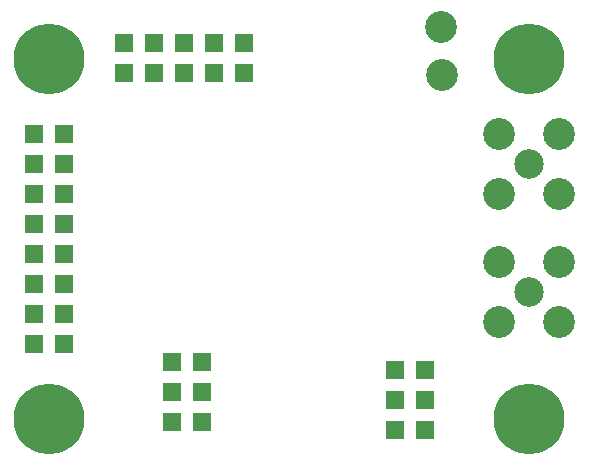
<source format=gbr>
%TF.GenerationSoftware,KiCad,Pcbnew,8.0.3+1*%
%TF.CreationDate,2024-07-15T18:43:40+00:00*%
%TF.ProjectId,ISM03,49534d30-332e-46b6-9963-61645f706362,rev?*%
%TF.SameCoordinates,Original*%
%TF.FileFunction,Soldermask,Top*%
%TF.FilePolarity,Negative*%
%FSLAX46Y46*%
G04 Gerber Fmt 4.6, Leading zero omitted, Abs format (unit mm)*
G04 Created by KiCad (PCBNEW 8.0.3+1) date 2024-07-15 18:43:40*
%MOMM*%
%LPD*%
G01*
G04 APERTURE LIST*
%ADD10R,1.524000X1.524000*%
%ADD11C,6.000000*%
%ADD12C,2.500000*%
%ADD13C,2.700000*%
G04 APERTURE END LIST*
D10*
%TO.C,J17*%
X11430001Y16510000D03*
X8889999Y16510000D03*
%TD*%
%TO.C,J1*%
X20574000Y14986000D03*
X23114000Y14986000D03*
X20574000Y12446000D03*
X23114000Y12446000D03*
X20574000Y9906000D03*
X23114000Y9906000D03*
%TD*%
%TO.C,J4*%
X39420800Y14376400D03*
X41960800Y14376400D03*
X39420800Y11836400D03*
X41960800Y11836400D03*
X39420800Y9296400D03*
X41960800Y9296400D03*
%TD*%
%TO.C,J13*%
X11430000Y26670000D03*
X8890000Y26670000D03*
%TD*%
%TO.C,J14*%
X11430000Y31750000D03*
X8890000Y31750000D03*
%TD*%
%TO.C,J19*%
X11430001Y24130000D03*
X8889999Y24130000D03*
%TD*%
%TO.C,J20*%
X11430001Y19050000D03*
X8889999Y19050000D03*
%TD*%
%TO.C,J21*%
X11430001Y21590000D03*
X8889999Y21590000D03*
%TD*%
D11*
%TO.C,M1*%
X10160000Y40640000D03*
%TD*%
%TO.C,M2*%
X50800000Y40640000D03*
%TD*%
%TO.C,M3*%
X10160000Y10160000D03*
%TD*%
%TO.C,M4*%
X50800000Y10160000D03*
%TD*%
D12*
%TO.C,J3*%
X50790047Y31749311D03*
D13*
X48250047Y34289311D03*
X48250047Y29209311D03*
X53330047Y34289311D03*
X53330047Y29209311D03*
%TD*%
D10*
%TO.C,J22*%
X19050000Y39497000D03*
X19050000Y42037000D03*
%TD*%
%TO.C,J16*%
X11430000Y34290000D03*
X8890000Y34290000D03*
%TD*%
%TO.C,J15*%
X11430000Y29210000D03*
X8890000Y29210000D03*
%TD*%
%TO.C,J23*%
X21590000Y39497000D03*
X21590000Y42037000D03*
%TD*%
D12*
%TO.C,J2*%
X50790047Y20954311D03*
D13*
X48250047Y23494311D03*
X48250047Y18414311D03*
X53330047Y23494311D03*
X53330047Y18414311D03*
%TD*%
D10*
%TO.C,J6*%
X16510000Y39496999D03*
X16510000Y42037001D03*
%TD*%
%TO.C,J7*%
X24130000Y39496999D03*
X24130000Y42037001D03*
%TD*%
%TO.C,J5*%
X26670000Y39497689D03*
X26670000Y42037689D03*
%TD*%
D13*
%TO.C,D3*%
X43357800Y39293800D03*
%TD*%
%TO.C,D2*%
X43333500Y43384000D03*
%TD*%
M02*

</source>
